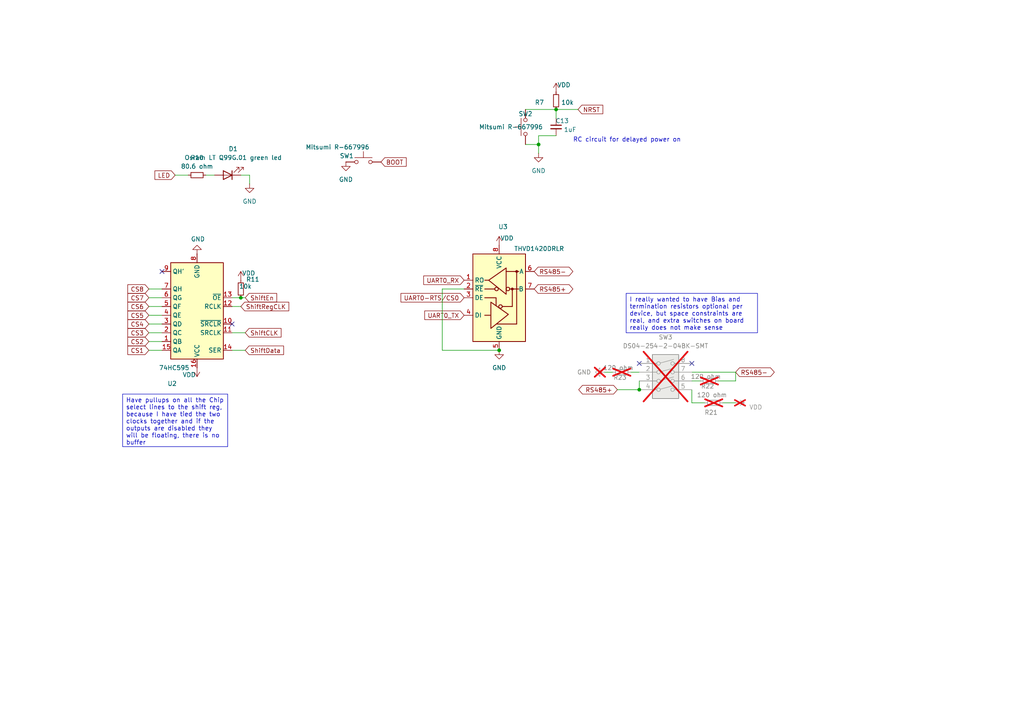
<source format=kicad_sch>
(kicad_sch (version 20231120) (generator "eeschema") (generator_version "8.0")
  (paper "A4")
  (title_block (title "CACKLE -  Hub/Periphery") (date "2024-10-08") (rev "V1") (comment 1 "Licensed under CERN-OHL-S v2") (comment 2 "Author: Asher Edwards"))
  (lib_symbols
    (symbol "74xx:74HC595"
      (property "Reference" "U2" (at 5.842 19.812 0))
      (property "Value" "74HC595" (at 2.1941 15.24 0))
      (symbol "74HC595_1_0"
        (pin tri_state line (at 10.16 7.62 180) (length 2.54) (name "QB") (number "1"))
        (pin input line (at -10.16 2.54 0) (length 2.54) (name "~{SRCLR}") (number "10"))
        (pin input line (at -10.16 5.08 0) (length 2.54) (name "SRCLK") (number "11"))
        (pin input line (at -10.16 -2.54 0) (length 2.54) (name "RCLK") (number "12"))
        (pin input line (at -10.16 -5.08 0) (length 2.54) (name "~{OE}") (number "13"))
        (pin input line (at -10.16 10.16 0) (length 2.54) (name "SER") (number "14"))
        (pin tri_state line (at 10.16 10.16 180) (length 2.54) (name "QA") (number "15"))
        (pin power_in line (at 0 15.24 270) (length 2.54) (name "VCC") (number "16"))
        (pin power_in line (at 0 -17.78 90) (length 2.54) hide (name "GND") (number "17"))
        (pin tri_state line (at 10.16 5.08 180) (length 2.54) (name "QC") (number "2"))
        (pin tri_state line (at 10.16 2.54 180) (length 2.54) (name "QD") (number "3"))
        (pin tri_state line (at 10.16 0 180) (length 2.54) (name "QE") (number "4"))
        (pin tri_state line (at 10.16 -2.54 180) (length 2.54) (name "QF") (number "5"))
        (pin tri_state line (at 10.16 -5.08 180) (length 2.54) (name "QG") (number "6"))
        (pin tri_state line (at 10.16 -7.62 180) (length 2.54) (name "QH") (number "7"))
        (pin power_in line (at 0 -17.78 90) (length 2.54) (name "GND") (number "8"))
        (pin output line (at 10.16 -12.7 180) (length 2.54) (name "QH'") (number "9"))
      )
      (symbol "74HC595_1_1"
        (rectangle (start -7.62 12.7) (end 7.62 -15.24) (stroke (width 0.254)) (fill (type background)))
      )
    )
    (symbol "Device:C_Small" (pin_numbers hide) (pin_names (offset 0.254) hide)
      (property "Reference" "C" (at 0.254 1.778 0))
      (property "Value" "C_Small" (at 0.254 -2.032 0))
      (symbol "C_Small_0_1"
        (polyline (pts (xy -1.524 -0.508) (xy 1.524 -0.508)) (stroke (width 0.3302)))
        (polyline (pts (xy -1.524 0.508) (xy 1.524 0.508)) (stroke (width 0.3048)))
      )
      (symbol "C_Small_1_1"
        (pin passive line (at 0 2.54 270) (length 2.032) (name "~") (number "1"))
        (pin passive line (at 0 -2.54 90) (length 2.032) (name "~") (number "2"))
      )
    )
    (symbol "Device:LED" (pin_numbers hide) (pin_names (offset 1.016) hide)
      (property "Reference" "D" (at 0 2.54 0))
      (property "Value" "LED" (at 0 -2.54 0))
      (symbol "LED_0_1"
        (polyline (pts (xy -1.27 -1.27) (xy -1.27 1.27)) (stroke (width 0.254)))
        (polyline (pts (xy -1.27 0) (xy 1.27 0)))
        (polyline (pts (xy 1.27 -1.27) (xy 1.27 1.27) (xy -1.27 0) (xy 1.27 -1.27)) (stroke (width 0.254)))
        (polyline (pts (xy -3.048 -0.762) (xy -4.572 -2.286) (xy -3.81 -2.286) (xy -4.572 -2.286) (xy -4.572 -1.524)))
        (polyline (pts (xy -1.778 -0.762) (xy -3.302 -2.286) (xy -2.54 -2.286) (xy -3.302 -2.286) (xy -3.302 -1.524)))
      )
      (symbol "LED_1_1"
        (pin passive line (at -3.81 0 0) (length 2.54) (name "K") (number "1"))
        (pin passive line (at 3.81 0 180) (length 2.54) (name "A") (number "2"))
      )
    )
    (symbol "Device:R_Small" (pin_numbers hide) (pin_names (offset 0.254) hide)
      (property "Reference" "R" (at 0.762 0.508 0))
      (property "Value" "R_Small" (at 0.762 -1.016 0))
      (symbol "R_Small_0_1"
        (rectangle (start -0.762 1.778) (end 0.762 -1.778) (stroke (width 0.2032)))
      )
      (symbol "R_Small_1_1"
        (pin passive line (at 0 2.54 270) (length 0.762) (name "~") (number "1"))
        (pin passive line (at 0 -2.54 90) (length 0.762) (name "~") (number "2"))
      )
    )
    (symbol "Interface_UART:THVD1420D"
      (property "Reference" "U" (at -6.096 11.43 0))
      (property "Value" "THVD1420D" (at 0.762 11.43 0))
      (symbol "THVD1420D_0_1"
        (rectangle (start -7.62 12.7) (end 7.62 -12.7) (stroke (width 0.254)) (fill (type background)))
        (polyline (pts (xy -4.191 2.54) (xy -1.27 2.54)) (stroke (width 0.254)))
        (polyline (pts (xy -2.54 -5.08) (xy -4.191 -5.08)) (stroke (width 0.254)))
        (polyline (pts (xy -0.635 -7.62) (xy 5.08 -7.62)) (stroke (width 0.254)))
        (polyline (pts (xy 0.889 -2.54) (xy 3.81 -2.54)) (stroke (width 0.254)))
        (polyline (pts (xy 2.032 7.62) (xy 5.715 7.62)) (stroke (width 0.254)))
        (polyline (pts (xy 3.048 2.54) (xy 5.715 2.54)) (stroke (width 0.254)))
        (polyline (pts (xy 3.81 -2.54) (xy 3.81 2.54)) (stroke (width 0.254)))
        (polyline (pts (xy 5.08 -7.62) (xy 5.08 7.62)) (stroke (width 0.254)))
        (polyline (pts (xy -4.191 0) (xy -0.889 0) (xy -0.889 -2.286)) (stroke (width 0.254)))
        (polyline (pts (xy -3.175 5.08) (xy -4.191 5.08) (xy -4.064 5.08)) (stroke (width 0.254)))
        (polyline (pts (xy -2.413 -5.08) (xy -2.413 -1.27) (xy 2.667 -4.826) (xy -2.413 -8.89) (xy -2.413 -5.08)) (stroke (width 0.254)))
        (circle (center 0.381 -2.54) (radius 0.508) (stroke (width 0.254)))
        (circle (center 3.81 2.54) (radius 0.2794) (stroke (width 0.254)) (fill (type outline)))
      )
      (symbol "THVD1420D_1_1"
        (circle (center -0.762 2.54) (radius 0.508) (stroke (width 0.254)))
        (polyline (pts (xy 2.032 4.826) (xy 2.032 8.636) (xy -3.048 5.08) (xy 2.032 1.016) (xy 2.032 4.826)) (stroke (width 0.254)))
        (circle (center 2.54 2.54) (radius 0.508) (stroke (width 0.254)))
        (circle (center 5.08 7.62) (radius 0.2794) (stroke (width 0.254)) (fill (type outline)))
        (pin output line (at -10.16 5.08 0) (length 2.54) (name "RO") (number "1"))
        (pin input line (at -10.16 2.54 0) (length 2.54) (name "~{RE}") (number "2"))
        (pin input line (at -10.16 0 0) (length 2.54) (name "DE") (number "3"))
        (pin input line (at -10.16 -5.08 0) (length 2.54) (name "DI") (number "4"))
        (pin power_in line (at 0 -15.24 90) (length 2.54) (name "GND") (number "5"))
        (pin bidirectional line (at 10.16 7.62 180) (length 2.54) (name "A") (number "6"))
        (pin bidirectional line (at 10.16 2.54 180) (length 2.54) (name "B") (number "7"))
        (pin power_in line (at 0 15.24 270) (length 2.54) (name "VCC") (number "8"))
      )
    )
    (symbol "Switch:SW_DIP_x04" (pin_names (offset 0) hide)
      (property "Reference" "SW" (at 0 8.89 0))
      (property "Value" "SW_DIP_x04" (at 0 -6.35 0))
      (symbol "SW_DIP_x04_0_0"
        (circle (center -2.032 -2.54) (radius 0.508))
        (circle (center -2.032 0) (radius 0.508))
        (circle (center -2.032 2.54) (radius 0.508))
        (circle (center -2.032 5.08) (radius 0.508))
        (polyline (pts (xy -1.524 -2.3876) (xy 2.3622 -1.3462)))
        (polyline (pts (xy -1.524 0.127) (xy 2.3622 1.1684)))
        (polyline (pts (xy -1.524 2.667) (xy 2.3622 3.7084)))
        (polyline (pts (xy -1.524 5.207) (xy 2.3622 6.2484)))
        (circle (center 2.032 -2.54) (radius 0.508))
        (circle (center 2.032 0) (radius 0.508))
        (circle (center 2.032 2.54) (radius 0.508))
        (circle (center 2.032 5.08) (radius 0.508))
      )
      (symbol "SW_DIP_x04_0_1"
        (rectangle (start -3.81 7.62) (end 3.81 -5.08) (stroke (width 0.254)) (fill (type background)))
      )
      (symbol "SW_DIP_x04_1_1"
        (pin passive line (at -7.62 5.08 0) (length 5.08) (name "~") (number "1"))
        (pin passive line (at -7.62 2.54 0) (length 5.08) (name "~") (number "2"))
        (pin passive line (at -7.62 0 0) (length 5.08) (name "~") (number "3"))
        (pin passive line (at -7.62 -2.54 0) (length 5.08) (name "~") (number "4"))
        (pin passive line (at 7.62 -2.54 180) (length 5.08) (name "~") (number "5"))
        (pin passive line (at 7.62 0 180) (length 5.08) (name "~") (number "6"))
        (pin passive line (at 7.62 2.54 180) (length 5.08) (name "~") (number "7"))
        (pin passive line (at 7.62 5.08 180) (length 5.08) (name "~") (number "8"))
      )
    )
    (symbol "Switch:SW_Push" (pin_numbers hide) (pin_names (offset 1.016) hide)
      (property "Reference" "SW" (at 1.27 2.54 0))
      (property "Value" "SW_Push" (at 0 -1.524 0))
      (symbol "SW_Push_0_1"
        (circle (center -2.032 0) (radius 0.508))
        (polyline (pts (xy 0 1.27) (xy 0 3.048)))
        (polyline (pts (xy 2.54 1.27) (xy -2.54 1.27)))
        (circle (center 2.032 0) (radius 0.508))
        (pin passive line (at -5.08 0 0) (length 2.54) (name "1") (number "1"))
        (pin passive line (at 5.08 0 180) (length 2.54) (name "2") (number "2"))
      )
    )
    (symbol "power:GND" (power) (pin_numbers hide) (pin_names (offset 0) hide)
      (property "Value" "GND" (at 0 -3.81 0))
      (symbol "GND_0_1"
        (polyline (pts (xy 0 0) (xy 0 -1.27) (xy 1.27 -1.27) (xy 0 -2.54) (xy -1.27 -1.27) (xy 0 -1.27)))
      )
      (symbol "GND_1_1"
        (pin power_in line (at 0 0 270) (length 0) (name "~") (number "1"))
      )
    )
    (symbol "power:VDD" (power) (pin_numbers hide) (pin_names (offset 0) hide)
      (property "Value" "VDD" (at 0 3.556 0))
      (symbol "VDD_0_1"
        (polyline (pts (xy -0.762 1.27) (xy 0 2.54)))
        (polyline (pts (xy 0 0) (xy 0 2.54)))
        (polyline (pts (xy 0 2.54) (xy 0.762 1.27)))
      )
      (symbol "VDD_1_1"
        (pin power_in line (at 0 0 90) (length 0) (name "~") (number "1"))
      )
    )
  )
  (junction (at 144.78 101.6))
  (junction (at 156.21 41.91))
  (junction (at 161.29 31.75))
  (junction (at 185.42 113.03))
  (junction (at 69.85 86.36))
  (no_connect (at 67.31 93.98))
  (no_connect (at 185.42 105.41))
  (no_connect (at 200.66 105.41))
  (no_connect (at 46.99 78.74))
  (wire (pts (xy 43.18 93.98) (xy 46.99 93.98)))
  (wire (pts (xy 213.36 107.95) (xy 213.36 110.49)))
  (wire (pts (xy 67.31 88.9) (xy 69.85 88.9)))
  (wire (pts (xy 185.42 110.49) (xy 185.42 113.03)))
  (wire (pts (xy 175.26 107.95) (xy 177.8 107.95)))
  (wire (pts (xy 182.88 107.95) (xy 185.42 107.95)))
  (wire (pts (xy 71.12 101.6) (xy 67.31 101.6)))
  (wire (pts (xy 152.4 31.75) (xy 161.29 31.75)))
  (wire (pts (xy 43.18 96.52) (xy 46.99 96.52)))
  (wire (pts (xy 200.66 116.84) (xy 200.66 113.03)))
  (wire (pts (xy 209.55 116.84) (xy 213.36 116.84)))
  (wire (pts (xy 128.27 101.6) (xy 144.78 101.6)))
  (wire (pts (xy 134.62 83.82) (xy 128.27 83.82)))
  (wire (pts (xy 67.31 86.36) (xy 69.85 86.36)))
  (wire (pts (xy 156.21 39.37) (xy 156.21 41.91)))
  (wire (pts (xy 179.07 113.03) (xy 185.42 113.03)))
  (wire (pts (xy 161.29 31.75) (xy 161.29 34.29)))
  (wire (pts (xy 43.18 101.6) (xy 46.99 101.6)))
  (wire (pts (xy 213.36 110.49) (xy 208.28 110.49)))
  (wire (pts (xy 67.31 96.52) (xy 71.12 96.52)))
  (wire (pts (xy 43.18 88.9) (xy 46.99 88.9)))
  (wire (pts (xy 72.39 50.8) (xy 72.39 53.34)))
  (wire (pts (xy 69.85 86.36) (xy 71.12 86.36)))
  (wire (pts (xy 128.27 83.82) (xy 128.27 101.6)))
  (wire (pts (xy 200.66 110.49) (xy 203.2 110.49)))
  (wire (pts (xy 204.47 116.84) (xy 200.66 116.84)))
  (wire (pts (xy 152.4 41.91) (xy 156.21 41.91)))
  (wire (pts (xy 50.8 50.8) (xy 54.61 50.8)))
  (wire (pts (xy 43.18 86.36) (xy 46.99 86.36)))
  (wire (pts (xy 43.18 83.82) (xy 46.99 83.82)))
  (wire (pts (xy 43.18 91.44) (xy 46.99 91.44)))
  (wire (pts (xy 213.36 107.95) (xy 200.66 107.95)))
  (wire (pts (xy 43.18 99.06) (xy 46.99 99.06)))
  (wire (pts (xy 59.69 50.8) (xy 62.23 50.8)))
  (wire (pts (xy 69.85 50.8) (xy 72.39 50.8)))
  (wire (pts (xy 161.29 39.37) (xy 156.21 39.37)))
  (wire (pts (xy 161.29 31.75) (xy 167.64 31.75)))
  (wire (pts (xy 156.21 41.91) (xy 156.21 44.45)))
  (text_box "Have pullups on all the Chip select lines to the shift reg, because I have tied the two clocks together and if the outputs are disabled they will be floating, there is no buffer" (at 35.56 114.3 0) (size 30.48 15.24) (effects (font (size 1.27 1.27)) (justify left top)))
  (text_box "I really wanted to have Bias and termination resistors optional per device, but space constraints are real, and extra switches on board really does not make sense" (at 181.61 85.09 0) (size 38.1 11.43) (effects (font (size 1.27 1.27)) (justify left top)))
  (text "RC circuit for delayed power on" (at 181.864 40.64 0) (effects (font (size 1.27 1.27))))
  (global_label "ShiftEn" (shape input) (at 71.12 86.36 0) (property "Intersheetrefs" "${INTERSHEET_REFS}" (effects (hide yes))))
  (global_label "CS4" (shape input) (at 43.18 93.98 180) (property "Intersheetrefs" "${INTERSHEET_REFS}" (effects (hide yes))))
  (global_label "LED" (shape input) (at 50.8 50.8 180) (property "Intersheetrefs" "${INTERSHEET_REFS}" (effects (hide yes))))
  (global_label "BOOT" (shape input) (at 110.49 46.99 0) (property "Intersheetrefs" "${INTERSHEET_REFS}" (effects (hide yes))))
  (global_label "RS485+" (shape bidirectional) (at 179.07 113.03 180) (property "Intersheetrefs" "${INTERSHEET_REFS}" (effects (hide yes))))
  (global_label "ShiftCLK" (shape input) (at 71.12 96.52 0) (property "Intersheetrefs" "${INTERSHEET_REFS}" (effects (hide yes))))
  (global_label "RS485+" (shape bidirectional) (at 154.94 83.82 0) (property "Intersheetrefs" "${INTERSHEET_REFS}" (effects (hide yes))))
  (global_label "NRST" (shape input) (at 167.64 31.75 0) (property "Intersheetrefs" "${INTERSHEET_REFS}" (effects (hide yes))))
  (global_label "CS3" (shape input) (at 43.18 96.52 180) (property "Intersheetrefs" "${INTERSHEET_REFS}" (effects (hide yes))))
  (global_label "ShiftData" (shape input) (at 71.12 101.6 0) (property "Intersheetrefs" "${INTERSHEET_REFS}" (effects (hide yes))))
  (global_label "UART0-RTS{slash}CS0" (shape input) (at 134.62 86.36 180) (property "Intersheetrefs" "${INTERSHEET_REFS}" (effects (hide yes))))
  (global_label "CS1" (shape input) (at 43.18 101.6 180) (property "Intersheetrefs" "${INTERSHEET_REFS}" (effects (hide yes))))
  (global_label "CS7" (shape input) (at 43.18 86.36 180) (property "Intersheetrefs" "${INTERSHEET_REFS}" (effects (hide yes))))
  (global_label "RS485-" (shape bidirectional) (at 154.94 78.74 0) (property "Intersheetrefs" "${INTERSHEET_REFS}" (effects (hide yes))))
  (global_label "RS485-" (shape bidirectional) (at 213.36 107.95 0) (property "Intersheetrefs" "${INTERSHEET_REFS}" (effects (hide yes))))
  (global_label "CS8" (shape input) (at 43.18 83.82 180) (property "Intersheetrefs" "${INTERSHEET_REFS}" (effects (hide yes))))
  (global_label "UART0_RX" (shape input) (at 134.62 81.28 180) (property "Intersheetrefs" "${INTERSHEET_REFS}" (effects (hide yes))))
  (global_label "CS6" (shape input) (at 43.18 88.9 180) (property "Intersheetrefs" "${INTERSHEET_REFS}" (effects (hide yes))))
  (global_label "UART0_TX" (shape input) (at 134.62 91.44 180) (property "Intersheetrefs" "${INTERSHEET_REFS}" (effects (hide yes))))
  (global_label "CS2" (shape input) (at 43.18 99.06 180) (property "Intersheetrefs" "${INTERSHEET_REFS}" (effects (hide yes))))
  (global_label "ShiftRegCLK" (shape input) (at 69.85 88.9 0) (property "Intersheetrefs" "${INTERSHEET_REFS}" (effects (hide yes))))
  (global_label "CS5" (shape input) (at 43.18 91.44 180) (property "Intersheetrefs" "${INTERSHEET_REFS}" (effects (hide yes))))
  (symbol (lib_id "74xx:74HC595") (at 57.15 91.44 180) (unit 1)
    (property "Reference" "U2" (at 51.308 111.252 0) (effects (justify left)))
    (property "Value" "74HC595" (at 54.9559 106.68 0) (effects (justify left)))
    (property "Footprint" "Package_DFN_QFN:DHVQFN-16-1EP_2.5x3.5mm_P0.5mm_EP1x2mm" (effects (hide yes)))
    (property "Datasheet" "http://www.ti.com/lit/ds/symlink/sn74hc595.pdf" (effects (hide yes)))
    (property "Description" "8-bit serial in/out Shift Register 3-State Outputs" (effects (hide yes)))
  )
  (symbol (lib_id "Device:R_Small") (at 180.34 107.95 270) (unit 1) (exclude_from_sim yes) (in_bom no) (on_board no) (dnp yes)
    (property "Reference" "R23" (at 179.832 109.474 90))
    (property "Value" "120 ohm" (at 179.324 106.68 90))
    (property "Footprint" "Resistor_SMD:R_0402_1005Metric" (effects (hide yes)))
    (property "Description" "Resistor, small symbol" (effects (hide yes)))
  )
  (symbol (lib_id "Switch:SW_Push") (at 152.4 36.83 90) (unit 1)
    (property "Reference" "SW2" (at 150.368 33.02 90) (effects (justify right)))
    (property "Value" "Mitsumi R-667996" (at 138.938 36.83 90) (effects (justify right)))
    (property "Footprint" "Misumi switches:R-667995_MIT" (effects (hide yes)))
    (property "Description" "Push button switch, generic, two pins" (effects (hide yes)))
  )
  (symbol (lib_id "Interface_UART:THVD1420D") (at 144.78 86.36 0) (unit 1)
    (property "Reference" "U3" (at 144.526 65.786 0) (effects (justify left)))
    (property "Value" "THVD1420DRLR" (at 149.098 72.136 0) (effects (justify left)))
    (property "Footprint" "Package_TO_SOT_SMD:SOT-583-8" (effects (hide yes)))
    (property "Datasheet" "https://www.ti.com/lit/ds/symlink/thvd1420.pdf" (effects (hide yes)))
    (property "Description" "Half duplex RS-485/RS-422, 12 Mbps, 3V - 5.5V supply, ±12kV electro-static discharge (ESD) protection, with receiver/driver enable, 32 receiver drive capacity, SOIC-8" (effects (hide yes)))
  )
  (symbol (lib_id "power:GND") (at 57.15 73.66 180) (unit 1)
    (property "Reference" "#PWR014" (effects (hide yes)))
    (property "Value" "GND" (at 57.404 69.342 0))
    (property "Description" "Power symbol creates a global label with name \"GND\" , ground" (effects (hide yes)))
  )
  (symbol (lib_id "Switch:SW_Push") (at 105.41 46.99 0) (unit 1)
    (property "Reference" "SW1" (at 102.616 45.212 0) (effects (justify right)))
    (property "Value" "Mitsumi R-667996" (at 107.188 42.672 0) (effects (justify right)))
    (property "Footprint" "Misumi switches:R-667995_MIT" (effects (hide yes)))
    (property "Description" "Push button switch, generic, two pins" (effects (hide yes)))
  )
  (symbol (lib_id "power:VDD") (at 144.78 71.12 0) (unit 1)
    (property "Reference" "#PWR035" (effects (hide yes)))
    (property "Value" "VDD" (at 147.066 69.088 0))
    (property "Description" "Power symbol creates a global label with name \"VDD\"" (effects (hide yes)))
  )
  (symbol (lib_id "power:GND") (at 144.78 101.6 0) (unit 1)
    (property "Reference" "#PWR034" (effects (hide yes)))
    (property "Value" "GND" (at 144.78 106.68 0))
    (property "Description" "Power symbol creates a global label with name \"GND\" , ground" (effects (hide yes)))
  )
  (symbol (lib_id "power:VDD") (at 69.85 81.28 0) (unit 1)
    (property "Reference" "#PWR079" (effects (hide yes)))
    (property "Value" "VDD" (at 72.136 79.248 0))
    (property "Description" "Power symbol creates a global label with name \"VDD\"" (effects (hide yes)))
  )
  (symbol (lib_id "power:VDD") (at 161.29 26.67 0) (unit 1)
    (property "Reference" "#PWR020" (effects (hide yes)))
    (property "Value" "VDD" (at 163.576 24.638 0))
    (property "Description" "Power symbol creates a global label with name \"VDD\"" (effects (hide yes)))
  )
  (symbol (lib_id "Device:R_Small") (at 161.29 29.21 180) (unit 1)
    (property "Reference" "R7" (at 156.464 29.718 0))
    (property "Value" "10k" (at 164.592 29.718 0))
    (property "Footprint" "Resistor_SMD:R_0402_1005Metric" (effects (hide yes)))
    (property "Description" "Resistor, small symbol" (effects (hide yes)))
  )
  (symbol (lib_id "Device:R_Small") (at 69.85 83.82 180) (unit 1)
    (property "Reference" "R11" (at 71.374 81.026 0) (effects (justify right)))
    (property "Value" "10k" (at 69.342 83.058 0) (effects (justify right)))
    (property "Footprint" "Resistor_SMD:R_0402_1005Metric" (effects (hide yes)))
    (property "Description" "Resistor, small symbol" (effects (hide yes)))
  )
  (symbol (lib_id "power:GND") (at 156.21 44.45 0) (unit 1)
    (property "Reference" "#PWR024" (effects (hide yes)))
    (property "Value" "GND" (at 156.21 49.53 0))
    (property "Description" "Power symbol creates a global label with name \"GND\" , ground" (effects (hide yes)))
  )
  (symbol (lib_id "Device:R_Small") (at 57.15 50.8 90) (unit 1)
    (property "Reference" "R10" (at 57.15 45.72 90))
    (property "Value" "80.6 ohm" (at 57.15 48.26 90))
    (property "Footprint" "Resistor_SMD:R_0402_1005Metric" (effects (hide yes)))
    (property "Description" "Resistor, small symbol" (effects (hide yes)))
  )
  (symbol (lib_id "power:GND") (at 175.26 107.95 270) (unit 1) (exclude_from_sim yes) (in_bom no) (on_board no) (dnp yes)
    (property "Reference" "#PWR038" (effects (hide yes)))
    (property "Value" "GND" (at 171.45 107.9499 90) (effects (justify right)))
    (property "Description" "Power symbol creates a global label with name \"GND\" , ground" (effects (hide yes)))
  )
  (symbol (lib_id "power:GND") (at 100.33 46.99 0) (unit 1)
    (property "Reference" "#PWR036" (effects (hide yes)))
    (property "Value" "GND" (at 100.33 52.07 0))
    (property "Description" "Power symbol creates a global label with name \"GND\" , ground" (effects (hide yes)))
  )
  (symbol (lib_id "Device:C_Small") (at 161.29 36.83 0) (unit 1)
    (property "Reference" "C13" (at 163.068 35.052 0))
    (property "Value" "1uF" (at 165.354 37.592 0))
    (property "Footprint" "Capacitor_SMD:C_0402_1005Metric" (effects (hide yes)))
    (property "Description" "Unpolarized capacitor, small symbol" (effects (hide yes)))
  )
  (symbol (lib_id "power:VDD") (at 213.36 116.84 270) (unit 1) (exclude_from_sim yes) (in_bom no) (on_board no) (dnp yes)
    (property "Reference" "#PWR037" (effects (hide yes)))
    (property "Value" "VDD" (at 219.202 118.11 90))
    (property "Description" "Power symbol creates a global label with name \"VDD\"" (effects (hide yes)))
  )
  (symbol (lib_id "Switch:SW_DIP_x04") (at 193.04 110.49 0) (unit 1) (exclude_from_sim yes) (in_bom no) (on_board no) (dnp yes)
    (property "Reference" "SW3" (at 193.04 97.79 0))
    (property "Value" "DS04-254-2-04BK-SMT" (at 193.04 100.33 0))
    (property "Footprint" "Button_Switch_SMD:SW_DIP_SPSTx04_Slide_Omron_A6S-410x_W8.9mm_P2.54mm" (effects (hide yes)))
    (property "Description" "4x DIP Switch, Single Pole Single Throw (SPST) switch, small symbol" (effects (hide yes)))
  )
  (symbol (lib_id "power:GND") (at 72.39 53.34 0) (unit 1)
    (property "Reference" "#PWR025" (effects (hide yes)))
    (property "Value" "GND" (at 72.39 58.42 0))
    (property "Description" "Power symbol creates a global label with name \"GND\" , ground" (effects (hide yes)))
  )
  (symbol (lib_id "Device:R_Small") (at 207.01 116.84 270) (unit 1) (exclude_from_sim yes) (in_bom no) (on_board no) (dnp yes)
    (property "Reference" "R21" (at 206.248 119.634 90))
    (property "Value" "120 ohm" (at 206.502 114.554 90))
    (property "Footprint" "Resistor_SMD:R_0402_1005Metric" (effects (hide yes)))
    (property "Description" "Resistor, small symbol" (effects (hide yes)))
  )
  (symbol (lib_id "power:VDD") (at 57.15 106.68 180) (unit 1)
    (property "Reference" "#PWR017" (effects (hide yes)))
    (property "Value" "VDD" (at 54.864 108.712 0))
    (property "Description" "Power symbol creates a global label with name \"VDD\"" (effects (hide yes)))
  )
  (symbol (lib_id "Device:R_Small") (at 205.74 110.49 270) (unit 1) (exclude_from_sim yes) (in_bom no) (on_board no) (dnp yes)
    (property "Reference" "R22" (at 205.232 112.014 90))
    (property "Value" "120 ohm" (at 204.724 109.22 90))
    (property "Footprint" "Resistor_SMD:R_0402_1005Metric" (effects (hide yes)))
    (property "Description" "Resistor, small symbol" (effects (hide yes)))
  )
  (symbol (lib_id "Device:LED") (at 66.04 50.8 180) (unit 1)
    (property "Reference" "D1" (at 67.6275 43.18 0))
    (property "Value" "Osram LT Q99G.01 green led" (at 67.6275 45.72 0))
    (property "Footprint" "LED_SMD:LED_0603_1608Metric_Pad1.05x0.95mm_HandSolder" (effects (hide yes)))
    (property "Description" "Light emitting diode" (effects (hide yes)))
  )
)
</source>
